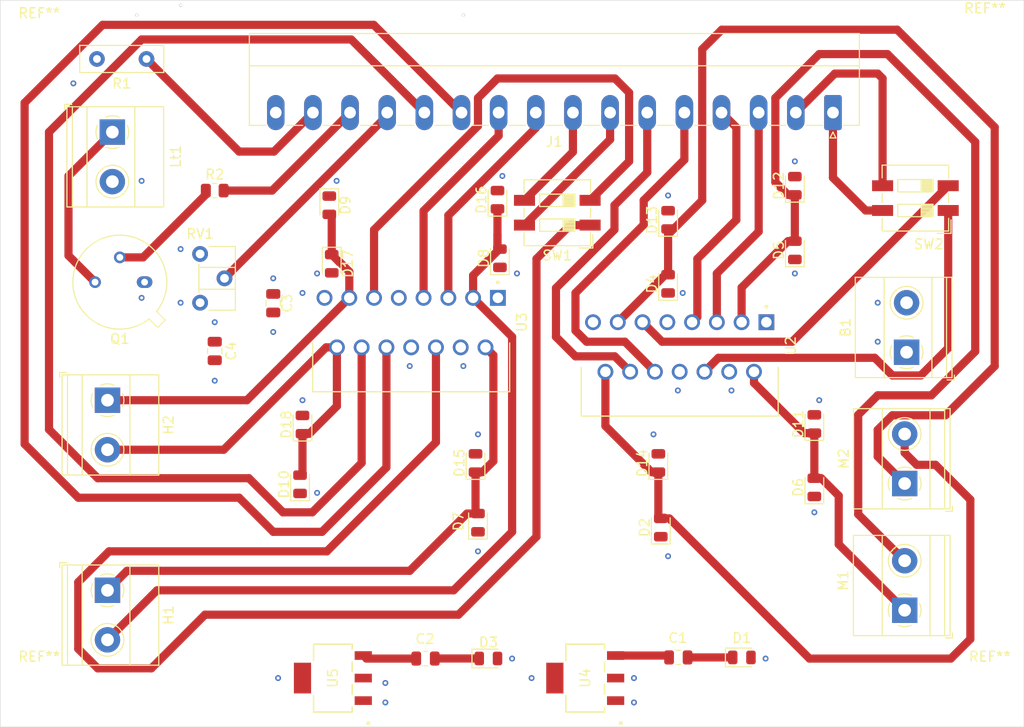
<source format=kicad_pcb>
(kicad_pcb (version 20240108) (generator "pcbnew") (generator_version "8.0")
  (layers (0 "F.Cu" signal) (31 "B.Cu" signal) (34 "B.Paste" user) (35 "F.Paste" user) (36 "B.SilkS" user "B.Silkscreen") (37 "F.SilkS" user "F.Silkscreen") (38 "B.Mask" user) (39 "F.Mask" user) (44 "Edge.Cuts" user))
  (net 0 "")
  (net 1 "GND")
  (net 2 "12V")
  (net 3 "Net-(D1-A)")
  (net 4 "5V")
  (net 5 "Net-(D3-A)")
  (net 6 "0")
  (net 7 "OUT4U2")
  (net 8 "OUT3U2")
  (net 9 "OUT2U2")
  (net 10 "OUT1U2")
  (net 11 "OUT1U3")
  (net 12 "OUT2U3")
  (net 13 "OUT3U3")
  (net 14 "OUT4U3")
  (net 15 "SW1U2")
  (net 16 "SW1U3")
  (net 17 "IN3U2")
  (net 18 "IN4U3")
  (net 19 "PHOTO")
  (net 20 "IN3U3")
  (net 21 "LIGHT")
  (net 22 "IN4U2")
  (net 23 "SW2U3")
  (net 24 "IN1U3")
  (net 25 "IN2U3")
  (net 26 "IN2U2")
  (net 27 "IN1U2")
  (net 28 "POW")
  (net 29 "SW2U2")
  (net 30 "NPN")
  (net 31 "Net-(Q1-B)")
  (net 32 "ENBU3")
  (net 33 "ENAU3")
  (net 34 "ENBU2")
  (net 35 "ENAU2")
  (footprint "L298N:TO127P2020X500X2100-15" (layer "F.Cu") (at 151.08 94.5 -90)
    (property "Reference" "U2" (at 2.425 -2.495 90) (layer "F.SilkS"))
    (property "Value" "L298N" (hide yes))
    (pad "1" thru_hole rect (at 0 0 270) (size 1.62 1.62) (drill 1.08) (layers "*.Cu" "*.Mask") (net 1 "GND"))
    (pad "2" thru_hole circle (at 5.08 1.27 270) (size 1.62 1.62) (drill 1.08) (layers "*.Cu" "*.Mask") (net 10 "OUT1U2"))
    (pad "3" thru_hole circle (at 0 2.54 270) (size 1.62 1.62) (drill 1.08) (layers "*.Cu" "*.Mask") (net 9 "OUT2U2"))
    (pad "4" thru_hole circle (at 5.08 3.81 270) (size 1.62 1.62) (drill 1.08) (layers "*.Cu" "*.Mask") (net 4 "5V"))
    (pad "5" thru_hole circle (at 0 5.08 270) (size 1.62 1.62) (drill 1.08) (layers "*.Cu" "*.Mask") (net 27 "IN1U2"))
    (pad "6" thru_hole circle (at 5.08 6.35 270) (size 1.62 1.62) (drill 1.08) (layers "*.Cu" "*.Mask") (net 35 "ENAU2"))
    (pad "7" thru_hole circle (at 0 7.62 270) (size 1.62 1.62) (drill 1.08) (layers "*.Cu" "*.Mask") (net 26 "IN2U2"))
    (pad "8" thru_hole circle (at 5.08 8.89 270) (size 1.62 1.62) (drill 1.08) (layers "*.Cu" "*.Mask") (net 1 "GND"))
    (pad "9" thru_hole circle (at 0 10.16 270) (size 1.62 1.62) (drill 1.08) (layers "*.Cu" "*.Mask") (net 2 "12V"))
    (pad "10" thru_hole circle (at 5.08 11.43 270) (size 1.62 1.62) (drill 1.08) (layers "*.Cu" "*.Mask") (net 17 "IN3U2"))
    (pad "11" thru_hole circle (at 0 12.7 270) (size 1.62 1.62) (drill 1.08) (layers "*.Cu" "*.Mask") (net 34 "ENBU2"))
    (pad "12" thru_hole circle (at 5.08 13.97 270) (size 1.62 1.62) (drill 1.08) (layers "*.Cu" "*.Mask") (net 22 "IN4U2"))
    (pad "13" thru_hole circle (at 0 15.24 270) (size 1.62 1.62) (drill 1.08) (layers "*.Cu" "*.Mask") (net 8 "OUT3U2"))
    (pad "14" thru_hole circle (at 5.08 16.51 270) (size 1.62 1.62) (drill 1.08) (layers "*.Cu" "*.Mask") (net 7 "OUT4U2"))
    (pad "15" thru_hole circle (at 0 17.78 270) (size 1.62 1.62) (drill 1.08) (layers "*.Cu" "*.Mask") (net 1 "GND"))
  )
  (footprint "Capacitor_SMD:C_0805_2012Metric" (layer "F.Cu") (at 94.5 97.45 -90)
    (property "Reference" "C4" (at 0 -1.68 90) (layer "F.SilkS"))
    (property "Value" "220uF")
    (pad "1" smd roundrect (at -0.95 0 270) (size 1 1.45) (layers "F.Cu" "F.Paste" "F.Mask") (net 4 "5V"))
    (pad "2" smd roundrect (at 0.95 0 270) (size 1 1.45) (layers "F.Cu" "F.Paste" "F.Mask") (net 6 "0"))
  )
  (footprint "Diode_SMD:D_0805_2012Metric" (layer "F.Cu") (at 123.75 87.9375 90)
    (property "Reference" "D8" (at 0 -1.65 90) (layer "F.SilkS"))
    (property "Value" "1N4002" (hide yes))
    (pad "1" smd roundrect (at -0.9375 0 90) (size 0.975 1.4) (layers "F.Cu" "F.Paste" "F.Mask") (net 4 "5V"))
    (pad "2" smd roundrect (at 0.9375 0 90) (size 0.975 1.4) (layers "F.Cu" "F.Paste" "F.Mask") (net 12 "OUT2U3"))
  )
  (footprint "LED_SMD:LED_0805_2012Metric" (layer "F.Cu") (at 148.5625 128.88215)
    (property "Reference" "D1" (at 0 -2 180) (layer "F.SilkS"))
    (property "Value" "LD271" (hide yes))
    (pad "1" smd roundrect (at -0.9375 0) (size 0.975 1.4) (layers "F.Cu" "F.Paste" "F.Mask") (net 4 "5V"))
    (pad "2" smd roundrect (at 0.9375 0) (size 0.975 1.4) (layers "F.Cu" "F.Paste" "F.Mask") (net 3 "Net-(D1-A)"))
  )
  (footprint "Button_Switch_SMD:SW_DIP_SPSTx02_Slide_6.7x6.64mm_W6.73mm_P2.54mm_LowProfile_JPin" (layer "F.Cu") (at 129.635 83.27 180)
    (property "Reference" "SW1" (at 0 -4.38 0) (layer "F.SilkS"))
    (property "Value" "SW_DIP_x02" (hide yes))
    (pad "1" smd rect (at -3.365 -1.27 180) (size 2.16 1.12) (layers "F.Cu" "F.Paste" "F.Mask") (net 33 "ENAU3"))
    (pad "2" smd rect (at -3.365 1.27 180) (size 2.16 1.12) (layers "F.Cu" "F.Paste" "F.Mask") (net 32 "ENBU3"))
    (pad "3" smd rect (at 3.365 1.27 180) (size 2.16 1.12) (layers "F.Cu" "F.Paste" "F.Mask") (net 23 "SW2U3"))
    (pad "4" smd rect (at 3.365 -1.27 180) (size 2.16 1.12) (layers "F.Cu" "F.Paste" "F.Mask") (net 16 "SW1U3"))
  )
  (footprint "TerminalBlock_Phoenix:TerminalBlock_Phoenix_MKDS-1,5-2-5.08_1x02_P5.08mm_Horizontal" (layer "F.Cu") (at 83.5 102.5 -90)
    (property "Reference" "H2" (at 2.54 -6.26 90) (layer "F.SilkS"))
    (property "Value" "Screw_Terminal_01x02" (hide yes))
    (pad "1" thru_hole rect (at 0 0 270) (size 2.6 2.6) (drill 1.3) (layers "*.Cu" "*.Mask") (net 13 "OUT3U3"))
    (pad "2" thru_hole circle (at 5.08 0 270) (size 2.6 2.6) (drill 1.3) (layers "*.Cu" "*.Mask") (net 14 "OUT4U3"))
  )
  (footprint "Package_TO_SOT_THT:TO-39-3" (layer "F.Cu") (at 87.305 90.39 180)
    (property "Reference" "Q1" (at 2.54 -5.82 0) (layer "F.SilkS"))
    (property "Value" "2N2219")
    (pad "1" thru_hole oval (at 0 0 180) (size 1.6 1.2) (drill 0.7) (layers "*.Cu" "*.Mask") (net 1 "GND"))
    (pad "2" thru_hole oval (at 2.54 2.54 180) (size 1.2 1.2) (drill 0.7) (layers "*.Cu" "*.Mask") (net 31 "Net-(Q1-B)"))
    (pad "3" thru_hole oval (at 5.08 0 180) (size 1.2 1.2) (drill 0.7) (layers "*.Cu" "*.Mask") (net 30 "NPN"))
  )
  (footprint "TerminalBlock_Phoenix:TerminalBlock_Phoenix_MKDS-1,5-2-5.08_1x02_P5.08mm_Horizontal" (layer "F.Cu") (at 165.265 111.045 90)
    (property "Reference" "M2" (at 2.54 -6.26 90) (layer "F.SilkS"))
    (property "Value" "Screw_Terminal_01x02" (hide yes))
    (pad "1" thru_hole rect (at 0 0 90) (size 2.6 2.6) (drill 1.3) (layers "*.Cu" "*.Mask") (net 8 "OUT3U2"))
    (pad "2" thru_hole circle (at 5.08 0 90) (size 2.6 2.6) (drill 1.3) (layers "*.Cu" "*.Mask") (net 7 "OUT4U2"))
  )
  (footprint "Diode_SMD:D_0805_2012Metric" (layer "F.Cu") (at 156 111.4375 90)
    (property "Reference" "D6" (at 0 -1.65 90) (layer "F.SilkS"))
    (property "Value" "1N4002" (hide yes))
    (pad "1" smd roundrect (at -0.9375 0 90) (size 0.975 1.4) (layers "F.Cu" "F.Paste" "F.Mask") (net 4 "5V"))
    (pad "2" smd roundrect (at 0.9375 0 90) (size 0.975 1.4) (layers "F.Cu" "F.Paste" "F.Mask") (net 10 "OUT1U2"))
  )
  (footprint "LM7805_footprints:DCY4_TEX" (layer "F.Cu") (at 132.5 131 90)
    (property "Reference" "U4" (at 0 0 90) (layer "F.SilkS"))
    (property "Value" "LM7805MPX/NOPB" (hide yes))
    (pad "1" smd rect (at -2.3114 3.11785 90) (size 0.889 1.7653) (layers "F.Cu" "F.Paste" "F.Mask") (net 2 "12V"))
    (pad "2" smd rect (at 0 3.11785 90) (size 0.889 1.7653) (layers "F.Cu" "F.Paste" "F.Mask") (net 1 "GND"))
    (pad "3" smd rect (at 2.3114 3.11785 90) (size 0.889 1.7653) (layers "F.Cu" "F.Paste" "F.Mask") (net 3 "Net-(D1-A)"))
    (pad "4" smd rect (at 0 -3.11785 90) (size 3.1496 1.7653) (layers "F.Cu" "F.Paste" "F.Mask") (net 6 "0"))
  )
  (footprint "Diode_SMD:D_0805_2012Metric" (layer "F.Cu") (at 140 108.9375 90)
    (property "Reference" "D14" (at 0 -1.65 90) (layer "F.SilkS"))
    (property "Value" "1N4002" (hide yes))
    (pad "1" smd roundrect (at -0.9375 0 90) (size 0.975 1.4) (layers "F.Cu" "F.Paste" "F.Mask") (net 7 "OUT4U2"))
    (pad "2" smd roundrect (at 0.9375 0 90) (size 0.975 1.4) (layers "F.Cu" "F.Paste" "F.Mask") (net 6 "0"))
  )
  (footprint "TerminalBlock_Phoenix:TerminalBlock_Phoenix_MKDS-1,5-2-5.08_1x02_P5.08mm_Horizontal" (layer "F.Cu") (at 84 75 -90)
    (property "Reference" "Lt1" (at 2.5 -6.5 90) (layer "F.SilkS"))
    (property "Value" "Screw_Terminal_01x02" (hide yes))
    (pad "1" thru_hole rect (at 0 0 270) (size 2.6 2.6) (drill 1.3) (layers "*.Cu" "*.Mask") (net 30 "NPN"))
    (pad "2" thru_hole circle (at 5.08 0 270) (size 2.6 2.6) (drill 1.3) (layers "*.Cu" "*.Mask") (net 1 "GND"))
  )
  (footprint "MountingHole:MountingHole_2.1mm" (layer "F.Cu") (at 173.5 65.5)
    (property "Reference" "REF**" (at 0 -3.2 0) (layer "F.SilkS"))
    (property "Value" "MountingHole_2.1mm" (hide yes))
    (pad "" np_thru_hole circle (at 0 0) (size 2.1 2.1) (drill 2.1) (layers "*.Cu" "*.Mask"))
  )
  (footprint "Capacitor_SMD:C_0805_2012Metric" (layer "F.Cu") (at 116.11785 129)
    (property "Reference" "C2" (at -0.05 -2.01 0) (layer "F.SilkS"))
    (property "Value" "220uF")
    (pad "1" smd roundrect (at -0.95 0) (size 1 1.45) (layers "F.Cu" "F.Paste" "F.Mask") (net 5 "Net-(D3-A)"))
    (pad "2" smd roundrect (at 0.95 0) (size 1 1.45) (layers "F.Cu" "F.Paste" "F.Mask") (net 4 "5V"))
  )
  (footprint "TerminalBlock_Phoenix:TerminalBlock_Phoenix_MKDS-1,5-2-5.08_1x02_P5.08mm_Horizontal" (layer "F.Cu") (at 83.5 122 -90)
    (property "Reference" "H1" (at 2.54 -6.26 90) (layer "F.SilkS"))
    (property "Value" "Screw_Terminal_01x02" (hide yes))
    (pad "1" thru_hole rect (at 0 0 270) (size 2.6 2.6) (drill 1.3) (layers "*.Cu" "*.Mask") (net 11 "OUT1U3"))
    (pad "2" thru_hole circle (at 5.08 0 270) (size 2.6 2.6) (drill 1.3) (layers "*.Cu" "*.Mask") (net 12 "OUT2U3"))
  )
  (footprint "Diode_SMD:D_0805_2012Metric" (layer "F.Cu") (at 154 87.125 90)
    (property "Reference" "D5" (at 0 -1.65 90) (layer "F.SilkS"))
    (property "Value" "1N4002" (hide yes))
    (pad "1" smd roundrect (at -0.9375 0 90) (size 0.975 1.4) (layers "F.Cu" "F.Paste" "F.Mask") (net 4 "5V"))
    (pad "2" smd roundrect (at 0.9375 0 90) (size 0.975 1.4) (layers "F.Cu" "F.Paste" "F.Mask") (net 9 "OUT2U2"))
  )
  (footprint "Diode_SMD:D_0805_2012Metric" (layer "F.Cu") (at 103.25 111.125 90)
    (property "Reference" "D10" (at 0 -1.65 90) (layer "F.SilkS"))
    (property "Value" "1N4002" (hide yes))
    (pad "1" smd roundrect (at -0.9375 0 90) (size 0.975 1.4) (layers "F.Cu" "F.Paste" "F.Mask") (net 4 "5V"))
    (pad "2" smd roundrect (at 0.9375 0 90) (size 0.975 1.4) (layers "F.Cu" "F.Paste" "F.Mask") (net 14 "OUT4U3"))
  )
  (footprint "MountingHole:MountingHole_2.1mm" (layer "F.Cu") (at 174 132)
    (property "Reference" "REF**" (at 0 -3.2 0) (layer "F.SilkS"))
    (property "Value" "MountingHole_2.1mm" (hide yes))
    (pad "" np_thru_hole circle (at 0 0) (size 2.1 2.1) (drill 2.1) (layers "*.Cu" "*.Mask"))
  )
  (footprint "Resistor_SMD:R_0805_2012Metric" (layer "F.Cu") (at 94.5 81)
    (property "Reference" "R2" (at 0 -1.65 0) (layer "F.SilkS"))
    (property "Value" "1k")
    (pad "1" smd roundrect (at -0.9125 0) (size 1.025 1.4) (layers "F.Cu" "F.Paste" "F.Mask") (roundrect_rratio 0.243902) (net 31 "Net-(Q1-B)"))
    (pad "2" smd roundrect (at 0.9125 0) (size 1.025 1.4) (layers "F.Cu" "F.Paste" "F.Mask") (roundrect_rratio 0.243902) (net 21 "LIGHT"))
  )
  (footprint "LED_SMD:LED_0805_2012Metric" (layer "F.Cu") (at 122.56785 128.99)
    (property "Reference" "D3" (at 0 -1.65 0) (layer "F.SilkS"))
    (property "Value" "LD271" (hide yes))
    (pad "1" smd roundrect (at -0.9375 0) (size 0.975 1.4) (layers "F.Cu" "F.Paste" "F.Mask") (net 4 "5V"))
    (pad "2" smd roundrect (at 0.9375 0) (size 0.975 1.4) (layers "F.Cu" "F.Paste" "F.Mask") (net 5 "Net-(D3-A)"))
  )
  (footprint "MountingHole:MountingHole_2.1mm" (layer "F.Cu") (at 76.5 132)
    (property "Reference" "REF**" (at 0 -3.2 0) (layer "F.SilkS"))
    (property "Value" "MountingHole_2.1mm" (hide yes))
    (pad "" np_thru_hole circle (at 0 0) (size 2.1 2.1) (drill 2.1) (layers "*.Cu" "*.Mask"))
  )
  (footprint "LM7805_footprints:DCY4_TEX" (layer "F.Cu") (at 106.61785 131 90)
    (property "Reference" "U5" (at 0 0 90) (layer "F.SilkS"))
    (property "Value" "LM7805MPX/NOPB" (hide yes))
    (pad "1" smd rect (at -2.3114 3.11785 90) (size 0.889 1.7653) (layers "F.Cu" "F.Paste" "F.Mask") (net 2 "12V"))
    (pad "2" smd rect (at 0 3.11785 90) (size 0.889 1.7653) (layers "F.Cu" "F.Paste" "F.Mask") (net 6 "0"))
    (pad "3" smd rect (at 2.3114 3.11785 90) (size 0.889 1.7653) (layers "F.Cu" "F.Paste" "F.Mask") (net 5 "Net-(D3-A)"))
    (pad "4" smd rect (at 0 -3.11785 90) (size 3.1496 1.7653) (layers "F.Cu" "F.Paste" "F.Mask") (net 6 "0"))
  )
  (footprint "Diode_SMD:D_0805_2012Metric" (layer "F.Cu") (at 123.5 81.9375 90)
    (property "Reference" "D16" (at 0 -1.65 90) (layer "F.SilkS"))
    (property "Value" "1N4002" (hide yes))
    (pad "1" smd roundrect (at -0.9375 0 90) (size 0.975 1.4) (layers "F.Cu" "F.Paste" "F.Mask") (net 12 "OUT2U3"))
    (pad "2" smd roundrect (at 0.9375 0 90) (size 0.975 1.4) (layers "F.Cu" "F.Paste" "F.Mask") (net 6 "0"))
  )
  (footprint "Diode_SMD:D_0805_2012Metric" (layer "F.Cu") (at 103.5 105 90)
    (property "Reference" "D18" (at 0 -1.65 90) (layer "F.SilkS"))
    (property "Value" "1N4002" (hide yes))
    (pad "1" smd roundrect (at -0.9375 0 90) (size 0.975 1.4) (layers "F.Cu" "F.Paste" "F.Mask") (net 14 "OUT4U3"))
    (pad "2" smd roundrect (at 0.9375 0 90) (size 0.975 1.4) (layers "F.Cu" "F.Paste" "F.Mask") (net 6 "0"))
  )
  (footprint "Diode_SMD:D_0805_2012Metric" (layer "F.Cu") (at 154 80.5 90)
    (property "Reference" "D12" (at 0 -1.65 90) (layer "F.SilkS"))
    (property "Value" "1N4002" (hide yes))
    (pad "1" smd roundrect (at -0.9375 0 90) (size 0.975 1.4) (layers "F.Cu" "F.Paste" "F.Mask") (net 9 "OUT2U2"))
    (pad "2" smd roundrect (at 0.9375 0 90) (size 0.975 1.4) (layers "F.Cu" "F.Paste" "F.Mask") (net 6 "0"))
  )
  (footprint "Resistor_THT:R_Box_L8.4mm_W2.5mm_P5.08mm" (layer "F.Cu") (at 87.5 67.5 180)
    (property "Reference" "R1" (at 2.54 -2.52 0) (layer "F.SilkS"))
    (property "Value" "R_Photo")
    (pad "1" thru_hole circle (at 0 0 180) (size 1.6 1.6) (drill 0.8) (layers "*.Cu" "*.Mask") (net 19 "PHOTO"))
    (pad "2" thru_hole circle (at 5.08 0 180) (size 1.6 1.6) (drill 0.8) (layers "*.Cu" "*.Mask") (net 1 "GND"))
  )
  (footprint "TerminalBlock_Phoenix:TerminalBlock_Phoenix_MKDS-1,5-2-5.08_1x02_P5.08mm_Horizontal" (layer "F.Cu") (at 165.46 97.58 90)
    (property "Reference" "B1" (at 2.54 -6.26 90) (layer "F.SilkS"))
    (property "Value" "Screw_Terminal_01x02" (hide yes))
    (pad "1" thru_hole rect (at 0 0 90) (size 2.6 2.6) (drill 1.3) (layers "*.Cu" "*.Mask") (net 2 "12V"))
    (pad "2" thru_hole circle (at 5.08 0 90) (size 2.6 2.6) (drill 1.3) (layers "*.Cu" "*.Mask") (net 1 "GND"))
  )
  (footprint "Connector_Phoenix_MC:PhoenixContact_MC_1,5_16-G-3.81_1x16_P3.81mm_Horizontal" (layer "F.Cu") (at 157.91 73 180)
    (property "Reference" "J1" (at 28.58 -3 0) (layer "F.SilkS"))
    (property "Value" "Conn_01x16_Pin" (hide yes))
    (pad "1" thru_hole roundrect (at 0 0 180) (size 1.8 3.6) (drill 1.2) (layers "*.Cu" "*.Mask") (roundrect_rratio 0.138889) (net 15 "SW1U2"))
    (pad "2" thru_hole oval (at 3.81 0 180) (size 1.8 3.6) (drill 1.2) (layers "*.Cu" "*.Mask") (net 29 "SW2U2"))
    (pad "3" thru_hole oval (at 7.62 0 180) (size 1.8 3.6) (drill 1.2) (layers "*.Cu" "*.Mask") (net 27 "IN1U2"))
    (pad "4" thru_hole oval (at 11.43 0 180) (size 1.8 3.6) (drill 1.2) (layers "*.Cu" "*.Mask") (net 26 "IN2U2"))
    (pad "5" thru_hole oval (at 15.24 0 180) (size 1.8 3.6) (drill 1.2) (layers "*.Cu" "*.Mask") (net 17 "IN3U2"))
    (pad "6" thru_hole oval (at 19.05 0 180) (size 1.8 3.6) (drill 1.2) (layers "*.Cu" "*.Mask") (net 22 "IN4U2"))
    (pad "7" thru_hole oval (at 22.86 0 180) (size 1.8 3.6) (drill 1.2) (layers "*.Cu" "*.Mask") (net 16 "SW1U3"))
    (pad "8" thru_hole oval (at 26.67 0 180) (size 1.8 3.6) (drill 1.2) (layers "*.Cu" "*.Mask") (net 23 "SW2U3"))
    (pad "9" thru_hole oval (at 30.48 0 180) (size 1.8 3.6) (drill 1.2) (layers "*.Cu" "*.Mask") (net 24 "IN1U3"))
    (pad "10" thru_hole oval (at 34.29 0 180) (size 1.8 3.6) (drill 1.2) (layers "*.Cu" "*.Mask") (net 25 "IN2U3"))
    (pad "11" thru_hole oval (at 38.1 0 180) (size 1.8 3.6) (drill 1.2) (layers "*.Cu" "*.Mask") (net 20 "IN3U3"))
    (pad "12" thru_hole oval (at 41.91 0 180) (size 1.8 3.6) (drill 1.2) (layers "*.Cu" "*.Mask") (net 18 "IN4U3"))
    (pad "13" thru_hole oval (at 45.72 0 180) (size 1.8 3.6) (drill 1.2) (layers "*.Cu" "*.Mask") (net 28 "POW"))
    (pad "14" thru_hole oval (at 49.53 0 180) (size 1.8 3.6) (drill 1.2) (layers "*.Cu" "*.Mask") (net 21 "LIGHT"))
    (pad "15" thru_hole oval (at 53.34 0 180) (size 1.8 3.6) (drill 1.2) (layers "*.Cu" "*.Mask") (net 19 "PHOTO"))
    (pad "16" thru_hole oval (at 57.15 0 180) (size 1.8 3.6) (drill 1.2) (layers "*.Cu" "*.Mask") (net 4 "5V"))
  )
  (footprint "Capacitor_SMD:C_0805_2012Metric" (layer "F.Cu") (at 100.5 92.55 -90)
    (property "Reference" "C3" (at 0 -1.43 90) (layer "F.SilkS"))
    (property "Value" "220uF")
    (pad "1" smd roundrect (at -0.95 0 270) (size 1 1.45) (layers "F.Cu" "F.Paste" "F.Mask") (net 4 "5V"))
    (pad "2" smd roundrect (at 0.95 0 270) (size 1 1.45) (layers "F.Cu" "F.Paste" "F.Mask") (net 6 "0"))
  )
  (footprint "Diode_SMD:D_0805_2012Metric" (layer "F.Cu") (at 141 90.5625 90)
    (property "Reference" "D4" (at 0 -1.65 90) (layer "F.SilkS"))
    (property "Value" "1N4002" (hide yes))
    (pad "1" smd roundrect (at -0.9375 0 90) (size 0.975 1.4) (layers "F.Cu" "F.Paste" "F.Mask") (net 4 "5V"))
    (pad "2" smd roundrect (at 0.9375 0 90) (size 0.975 1.4) (layers "F.Cu" "F.Paste" "F.Mask") (net 8 "OUT3U2"))
  )
  (footprint "Capacitor_SMD:C_0805_2012Metric" (layer "F.Cu") (at 142.05 128.88215)
    (property "Reference" "C1" (at -0.05 -2 180) (layer "F.SilkS"))
    (property "Value" "220uF")
    (pad "1" smd roundrect (at -0.95 0) (size 1 1.45) (layers "F.Cu" "F.Paste" "F.Mask") (net 3 "Net-(D1-A)"))
    (pad "2" smd roundrect (at 0.95 0) (size 1 1.45) (layers "F.Cu" "F.Paste" "F.Mask") (net 4 "5V"))
  )
  (footprint "Diode_SMD:D_0805_2012Metric" (layer "F.Cu") (at 140.25 115.5625 90)
    (property "Reference" "D2" (at 0 -1.65 90) (layer "F.SilkS"))
    (property "Value" "1N4002" (hide yes))
    (pad "1" smd roundrect (at -0.9375 0 90) (size 0.975 1.4) (layers "F.Cu" "F.Paste" "F.Mask") (net 4 "5V"))
    (pad "2" smd roundrect (at 0.9375 0 90) (size 0.975 1.4) (layers "F.Cu" "F.Paste" "F.Mask") (net 7 "OUT4U2"))
  )
  (footprint "L298N:TO127P2020X500X2100-15" (layer "F.Cu") (at 123.54 92 -90)
    (property "Reference" "U3" (at 2.5 -2.46 90) (layer "F.SilkS"))
    (property "Value" "L298N" (hide yes))
    (pad "1" thru_hole rect (at 0 0 270) (size 1.62 1.62) (drill 1.08) (layers "*.Cu" "*.Mask") (net 6 "0"))
    (pad "2" thru_hole circle (at 5.08 1.27 270) (size 1.62 1.62) (drill 1.08) (layers "*.Cu" "*.Mask") (net 11 "OUT1U3"))
    (pad "3" thru_hole circle (at 0 2.54 270) (size 1.62 1.62) (drill 1.08) (layers "*.Cu" "*.Mask") (net 12 "OUT2U3"))
    (pad "4" thru_hole circle (at 5.08 3.81 270) (size 1.62 1.62) (drill 1.08) (layers "*.Cu" "*.Mask") (net 4 "5V"))
    (pad "5" thru_hole circle (at 0 5.08 270) (size 1.62 1.62) (drill 1.08) (layers "*.Cu" "*.Mask") (net 24 "IN1U3"))
    (pad "6" thru_hole circle (at 5.08 6.35 270) (size 1.62 1.62) (drill 1.08) (layers "*.Cu" "*.Mask") (net 33 "ENAU3"))
    (pad "7" thru_hole circle (at 0 7.62 270) (size 1.62 1.62) (drill 1.08) (layers "*.Cu" "*.Mask") (net 25 "IN2U3"))
    (pad "8" thru_hole circle (at 5.08 8.89 270) (size 1.62 1.62) (drill 1.08) (layers "*.Cu" "*.Mask") (net 6 "0"))
    (pad "9" thru_hole circle (at 0 10.16 270) (size 1.62 1.62) (drill 1.08) (layers "*.Cu" "*.Mask") (net 2 "12V"))
    (pad "10" thru_hole circle (at 5.08 11.43 270) (size 1.62 1.62) (drill 1.08) (layers "*.Cu" "*.Mask") (net 20 "IN3U3"))
    (pad "11" thru_hole circle (at 0 12.7 270) (size 1.62 1.62) (drill 1.08) (layers "*.Cu" "*.Mask") (net 32 "ENBU3"))
    (pad "12" thru_hole circle (at 5.08 13.97 270) (size 1.62 1.62) (drill 1.08) (layers "*.Cu" "*.Mask") (net 18 "IN4U3"))
    (pad "13" thru_hole circle (at 0 15.24 270) (size 1.62 1.62) (drill 1.08) (layers "*.Cu" "*.Mask") (net 13 "OUT3U3"))
    (pad "14" thru_hole circle (at 5.08 16.51 270) (size 1.62 1.62) (drill 1.08) (layers "*.Cu" "*.Mask") (net 14 "OUT4U3"))
    (pad "15" thru_hole circle (at 0 17.78 270) (size 1.62 1.62) (drill 1.08) (layers "*.Cu" "*.Mask") (net 6 "0"))
  )
  (footprint "MountingHole:MountingHole_2.1mm" (layer "F.Cu") (at 76.5 66)
    (property "Reference" "REF**" (at 0 -3.2 0) (layer "F.SilkS"))
    (property "Value" "MountingHole_2.1mm" (hide yes))
    (pad "" np_thru_hole circle (at 0 0) (size 2.1 2.1) (drill 2.1) (layers "*.Cu" "*.Mask"))
  )
  (footprint "Potentiometer_THT:Potentiometer_ACP_CA6-H2,5_Horizontal" (layer "F.Cu") (at 93 87.5)
    (property "Reference" "RV1" (at 0 -2.06 0) (layer "F.SilkS"))
    (property "Value" "R_Potentiometer" (hide yes))
    (pad "1" thru_hole circle (at 0 0) (size 1.62 1.62) (drill 0.9) (layers "*.Cu" "*.Mask") (net 4 "5V"))
    (pad "2" thru_hole circle (at 2.5 2.5) (size 1.62 1.62) (drill 0.9) (layers "*.Cu" "*.Mask") (net 28 "POW"))
    (pad "3" thru_hole circle (at 0 5) (size 1.62 1.62) (drill 0.9) (layers "*.Cu" "*.Mask") (net 1 "GND"))
  )
  (footprint "Diode_SMD:D_0805_2012Metric" (layer "F.Cu") (at 106.5 88.5 -90)
    (property "Reference" "D17" (at 0 -1.65 90) (layer "F.SilkS"))
    (property "Value" "1N4002" (hide yes))
    (pad "1" smd roundrect (at -0.9375 0 270) (size 0.975 1.4) (layers "F.Cu" "F.Paste" "F.Mask") (net 13 "OUT3U3"))
    (pad "2" smd roundrect (at 0.9375 0 270) (size 0.975 1.4) (layers "F.Cu" "F.Paste" "F.Mask") (net 6 "0"))
  )
  (footprint "Button_Switch_SMD:SW_DIP_SPSTx02_Slide_6.7x6.64mm_W6.73mm_P2.54mm_LowProfile_JPin" (layer "F.Cu") (at 166.365 81.77 180)
    (property "Reference" "SW2" (at -1.365 -4.73 0) (layer "F.SilkS"))
    (property "Value" "SW_DIP_x02" (hide yes))
    (pad "1" smd rect (at -3.365 -1.27 180) (size 2.16 1.12) (layers "F.Cu" "F.Paste" "F.Mask") (net 35 "ENAU2"))
    (pad "2" smd rect (at -3.365 1.27 180) (size 2.16 1.12) (layers "F.Cu" "F.Paste" "F.Mask") (net 34 "ENBU2"))
    (pad "3" smd rect (at 3.365 1.27 180) (size 2.16 1.12) (layers "F.Cu" "F.Paste" "F.Mask") (net 29 "SW2U2"))
    (pad "4" smd rect (at 3.365 -1.27 180) (size 2.16 1.12) (layers "F.Cu" "F.Paste" "F.Mask") (net 15 "SW1U2"))
  )
  (footprint "Diode_SMD:D_0805_2012Metric" (layer "F.Cu") (at 121.25 108.9375 90)
    (property "Reference" "D15" (at 0 -1.65 90) (layer "F.SilkS"))
    (property "Value" "1N4002" (hide yes))
    (pad "1" smd roundrect (at -0.9375 0 90) (size 0.975 1.4) (layers "F.Cu" "F.Paste" "F.Mask") (net 11 "OUT1U3"))
    (pad "2" smd roundrect (at 0.9375 0 90) (size 0.975 1.4) (layers "F.Cu" "F.Paste" "F.Mask") (net 6 "0"))
  )
  (footprint "Diode_SMD:D_0805_2012Metric" (layer "F.Cu") (at 121.5 115.0625 90)
    (property "Reference" "D7" (at 0.125 -2 90) (layer "F.SilkS"))
    (property "Value" "1N4002" (hide yes))
    (pad "1" smd roundrect (at -0.9375 0 90) (size 0.975 1.4) (layers "F.Cu" "F.Paste" "F.Mask") (net 4 "5V"))
    (pad "2" smd roundrect (at 0.9375 0 90) (size 0.975 1.4) (layers "F.Cu" "F.Paste" "F.Mask") (net 11 "OUT1U3"))
  )
  (footprint "Diode_SMD:D_0805_2012Metric" (layer "F.Cu") (at 106.25 82.5 -90)
    (property "Reference" "D9" (at 0 -1.65 90) (layer "F.SilkS"))
    (property "Value" "1N4002" (hide yes))
    (pad "1" smd roundrect (at -0.9375 0 270) (size 0.975 1.4) (layers "F.Cu" "F.Paste" "F.Mask") (net 4 "5V"))
    (pad "2" smd roundrect (at 0.9375 0 270) (size 0.975 1.4) (layers "F.Cu" "F.Paste" "F.Mask") (net 13 "OUT3U3"))
  )
  (footprint "Diode_SMD:D_0805_2012Metric" (layer "F.Cu") (at 141 84 90)
    (property "Reference" "D13" (at 0 -1.65 90) (layer "F.SilkS"))
    (property "Value" "1N4002" (hide yes))
    (pad "1" smd roundrect (at -0.9375 0 90) (size 0.975 1.4) (layers "F.Cu" "F.Paste" "F.Mask") (net 8 "OUT3U2"))
    (pad "2" smd roundrect (at 0.9375 0 90) (size 0.975 1.4) (layers "F.Cu" "F.Paste" "F.Mask") (net 6 "0"))
  )
  (footprint "TerminalBlock_Phoenix:TerminalBlock_Phoenix_MKDS-1,5-2-5.08_1x02_P5.08mm_Horizontal" (layer "F.Cu") (at 165.265 124.045 90)
    (property "Reference" "M1" (at 3.045 -6.305 90) (layer "F.SilkS"))
    (property "Value" "Screw_Terminal_01x02" (hide yes))
    (pad "1" thru_hole rect (at 0 0 90) (size 2.6 2.6) (drill 1.3) (layers "*.Cu" "*.Mask") (net 10 "OUT1U2"))
    (pad "2" thru_hole circle (at 5.08 0 90) (size 2.6 2.6) (drill 1.3) (layers "*.Cu" "*.Mask") (net 9 "OUT2U2"))
  )
  (footprint "Diode_SMD:D_0805_2012Metric" (layer "F.Cu") (at 156 104.9375 90)
    (property "Reference" "D11" (at 0 -1.65 90) (layer "F.SilkS"))
    (property "Value" "1N4002" (hide yes))
    (pad "1" smd roundrect (at -0.9375 0 90) (size 0.975 1.4) (layers "F.Cu" "F.Paste" "F.Mask") (net 10 "OUT1U2"))
    (pad "2" smd roundrect (at 0.9375 0 90) (size 0.975 1.4) (layers "F.Cu" "F.Paste" "F.Mask") (net 6 "0"))
  )
  (gr_rect (start 72.5 61.5) (end 177.5 136) (stroke (width 0.05)) (fill none) (layer "Edge.Cuts"))
  (segment (start 135.61785 128.6886) (end 140.90645 128.6886) (width 0.8382) (layer "F.Cu") (net 3))
  (segment (start 140.90645 128.6886) (end 141.1 128.88215) (width 0.8382) (layer "F.Cu") (net 3))
  (segment (start 117.07785 128.99) (end 117.06785 129) (width 0.8382) (layer "F.Cu") (net 4))
  (segment (start 121.63035 128.99) (end 117.07785 128.99) (width 0.8382) (layer "F.Cu") (net 4))
  (segment (start 143 128.88215) (end 147.625 128.88215) (width 0.8382) (layer "F.Cu") (net 4))
  (segment (start 115.16785 129) (end 110.0471 129) (width 0.8382) (layer "F.Cu") (net 5))
  (via (at 139.5 106) (size 0.6) (drill 0.3) (layers "F.Cu" "B.Cu") (net 6))
  (via (at 125 129) (size 0.6) (drill 0.3) (layers "F.Cu" "B.Cu") (net 6))
  (via (at 162.5 96.5) (size 0.6) (drill 0.3) (layers "F.Cu" "B.Cu") (net 6))
  (via (at 107 80) (size 0.6) (drill 0.3) (layers "F.Cu" "B.Cu") (net 6))
  (via (at 156.5 102.5) (size 0.6) (drill 0.3) (layers "F.Cu" "B.Cu") (net 6))
  (via (at 87 92) (size 0.6) (drill 0.3) (layers "F.Cu" "B.Cu") (net 6))
  (via (at 124 79.5) (size 0.6) (drill 0.3) (layers "F.Cu" "B.Cu") (net 6))
  (via (at 120 99) (size 0.6) (drill 0.3) (layers "F.Cu" "B.Cu") (net 6))
  (via (at 154 78) (size 0.6) (drill 0.3) (layers "F.Cu" "B.Cu") (net 6))
  (via (at 121.5 106) (size 0.6) (drill 0.3) (layers "F.Cu" "B.Cu") (net 6))
  (via (at 86.5 63) (size 0.31) (drill 0.3) (layers "F.Cu" "B.Cu") (net 6))
  (via (at 101 131) (size 0.6) (drill 0.3) (layers "F.Cu" "B.Cu") (net 6))
  (via (at 121.5 118) (size 0.6) (drill 0.3) (layers "F.Cu" "B.Cu") (net 6))
  (via (at 147.5 101.5) (size 0.6) (drill 0.3) (layers "F.Cu" "B.Cu") (net 6))
  (via (at 112 131.5) (size 0.6) (drill 0.3) (layers "F.Cu" "B.Cu") (net 6))
  (via (at 105 89.5) (size 0.6) (drill 0.3) (layers "F.Cu" "B.Cu") (net 6))
  (via (at 142.5 91.5) (size 0.6) (drill 0.3) (layers "F.Cu" "B.Cu") (net 6))
  (via (at 162.5 92.5) (size 0.6) (drill 0.3) (layers "F.Cu" "B.Cu") (net 6))
  (via (at 91 62) (size 0.31) (drill 0.3) (layers "F.Cu" "B.Cu") (net 6))
  (via (at 142 101.5) (size 0.6) (drill 0.3) (layers "F.Cu" "B.Cu") (net 6))
  (via (at 127 131) (size 0.6) (drill 0.3) (layers "F.Cu" "B.Cu") (net 6))
  (via (at 137.5 133.5) (size 0.6) (drill 0.3) (layers "F.Cu" "B.Cu") (net 6))
  (via (at 80 70) (size 0.6) (drill 0.3) (layers "F.Cu" "B.Cu") (net 6))
  (via (at 94.5 94.5) (size 0.6) (drill 0.3) (layers "F.Cu" "B.Cu") (net 6))
  (via (at 137.5 131) (size 0.6) (drill 0.3) (layers "F.Cu" "B.Cu") (net 6))
  (via (at 105 112) (size 0.6) (drill 0.3) (layers "F.Cu" "B.Cu") (net 6))
  (via (at 100.5 90) (size 0.6) (drill 0.3) (layers "F.Cu" "B.Cu") (net 6))
  (via (at 91 92.5) (size 0.6) (drill 0.3) (layers "F.Cu" "B.Cu") (net 6))
  (via (at 125.5 89.5) (size 0.6) (drill 0.3) (layers "F.Cu" "B.Cu") (net 6))
  (via (at 151 129) (size 0.6) (drill 0.3) (layers "F.Cu" "B.Cu") (net 6))
  (via (at 141 118.5) (size 0.6) (drill 0.3) (layers "F.Cu" "B.Cu") (net 6))
  (via (at 103.5 102.5) (size 0.6) (drill 0.3) (layers "F.Cu" "B.Cu") (net 6))
  (via (at 154 89.5) (size 0.6) (drill 0.3) (layers "F.Cu" "B.Cu") (net 6))
  (via (at 100.5 95.5) (size 0.6) (drill 0.3) (layers "F.Cu" "B.Cu") (net 6))
  (via (at 94.5 100.5) (size 0.6) (drill 0.3) (layers "F.Cu" "B.Cu") (net 6))
  (via (at 87 80) (size 0.6) (drill 0.3) (layers "F.Cu" "B.Cu") (net 6))
  (via (at 156 114) (size 0.6) (drill 0.3) (layers "F.Cu" "B.Cu") (net 6))
  (via (at 114.5 99) (size 0.6) (drill 0.3) (layers "F.Cu" "B.Cu") (net 6))
  (via (at 120 63) (size 0.31) (drill 0.3) (layers "F.Cu" "B.Cu") (net 6))
  (via (at 103.5 91.5) (size 0.6) (drill 0.3) (layers "F.Cu" "B.Cu") (net 6))
  (via (at 141 81.5) (size 0.6) (drill 0.3) (layers "F.Cu" "B.Cu") (net 6))
  (via (at 91 87) (size 0.6) (drill 0.3) (layers "F.Cu" "B.Cu") (net 6))
  (via (at 112 133.5) (size 0.6) (drill 0.3) (layers "F.Cu" "B.Cu") (net 6))
  (segment (start 139.300001 109.875) (end 140 109.875) (width 0.8382) (layer "F.Cu") (net 7))
  (segment (start 141.125 114.625) (end 155.5 129) (width 0.8382) (layer "F.Cu") (net 7))
  (segment (start 165.265 107.8909) (end 165.265 105.965) (width 0.8382) (layer "F.Cu") (net 7))
  (segment (start 140 109.875) (end 140 114.375) (width 0.8382) (layer "F.Cu") (net 7))
  (segment (start 170 129) (end 172 127) (width 0.8382) (layer "F.Cu") (net 7))
  (segment (start 166.5 109.1259) (end 165.265 107.8909) (width 0.8382) (layer "F.Cu") (net 7))
  (segment (start 155.5 129) (end 170 129) (width 0.8382) (layer "F.Cu") (net 7))
  (segment (start 140.25 114.625) (end 141.125 114.625) (width 0.8382) (layer "F.Cu") (net 7))
  (segment (start 134.57 99.58) (end 134.57 105.144999) (width 0.8382) (layer "F.Cu") (net 7))
  (segment (start 172 112.7) (end 168.4259 109.1259) (width 0.8382) (layer "F.Cu") (net 7))
  (segment (start 134.57 105.144999) (end 139.300001 109.875) (width 0.8382) (layer "F.Cu") (net 7))
  (segment (start 140.197992 114.625) (end 140.25 114.625) (width 0.8382) (layer "F.Cu") (net 7))
  (segment (start 172 127) (end 172 112.7) (width 0.8382) (layer "F.Cu") (net 7))
  (segment (start 140 114.375) (end 140.25 114.625) (width 0.8382) (layer "F.Cu") (net 7))
  (segment (start 168.4259 109.1259) (end 166.5 109.1259) (width 0.8382) (layer "F.Cu") (net 7))
  (segment (start 140.715 89.625) (end 135.84 94.5) (width 0.8382) (layer "F.Cu") (net 8))
  (segment (start 174.5 74.5) (end 164.5 64.5) (width 0.8382) (layer "F.Cu") (net 8))
  (segment (start 162.5 105.5382) (end 163.9923 104.0459) (width 0.8382) (layer "F.Cu") (net 8))
  (segment (start 169.4541 104.0459) (end 174.5 99) (width 0.8382) (layer "F.Cu") (net 8))
  (segment (start 174.5 99) (end 174.5 74.5) (width 0.8382) (layer "F.Cu") (net 8))
  (segment (start 162.5 108.28) (end 162.5 105.5382) (width 0.8382) (layer "F.Cu") (net 8))
  (segment (start 163.9923 104.0459) (end 169.4541 104.0459) (width 0.8382) (layer "F.Cu") (net 8))
  (segment (start 164.5 64.5) (end 146.5 64.5) (width 0.8382) (layer "F.Cu") (net 8))
  (segment (start 144.5 66.5) (end 144.5 82) (width 0.8382) (layer "F.Cu") (net 8))
  (segment (start 165.265 111.045) (end 162.5 108.28) (width 0.8382) (layer "F.Cu") (net 8))
  (segment (start 141 89.625) (end 140.715 89.625) (width 0.8382) (layer "F.Cu") (net 8))
  (segment (start 141 84.9375) (end 141 85.5) (width 0.8382) (layer "F.Cu") (net 8))
  (segment (start 141 85.5) (end 141 89.625) (width 0.8382) (layer "F.Cu") (net 8))
  (segment (start 146.5 64.5) (end 144.5 66.5) (width 0.8382) (layer "F.Cu") (net 8))
  (segment (start 144.5 82) (end 141 85.5) (width 0.8382) (layer "F.Cu") (net 8))
  (segment (start 152 71.5) (end 152 80.137499) (width 0.8382) (layer "F.Cu") (net 9))
  (segment (start 162.5 102) (end 168 102) (width 0.8382) (layer "F.Cu") (net 9))
  (segment (start 152 80.137499) (end 153.300001 81.4375) (width 0.8382) (layer "F.Cu") (net 9))
  (segment (start 165.265 118.965) (end 160.5 114.2) (width 0.8382) (layer "F.Cu") (net 9))
  (segment (start 156.5 67) (end 152 71.5) (width 0.8382) (layer "F.Cu") (net 9))
  (segment (start 148.54 90.947501) (end 153.300001 86.1875) (width 0.8382) (layer "F.Cu") (net 9))
  (segment (start 160.5 104) (end 162.5 102) (width 0.8382) (layer "F.Cu") (net 9))
  (segment (start 172.5 97.5) (end 172.5 76) (width 0.8382) (layer "F.Cu") (net 9))
  (segment (start 168 102) (end 172.5 97.5) (width 0.8382) (layer "F.Cu") (net 9))
  (segment (start 148.54 94.5) (end 148.54 90.947501) (width 0.8382) (layer "F.Cu") (net 9))
  (segment (start 172.5 76) (end 163.5 67) (width 0.8382) (layer "F.Cu") (net 9))
  (segment (start 163.5 67) (end 156.5 67) (width 0.8382) (layer "F.Cu") (net 9))
  (segment (start 160.5 114.2) (end 160.5 104) (width 0.8382) (layer "F.Cu") (net 9))
  (segment (start 154 81.4375) (end 154 86.1875) (width 0.8382) (layer "F.Cu") (net 9))
  (segment (start 153.300001 86.1875) (end 154 86.1875) (width 0.8382) (layer "F.Cu") (net 9))
  (segment (start 153.300001 81.4375) (end 154 81.4375) (width 0.8382) (layer "F.Cu") (net 9))
  (segment (start 154.959488 105.875) (end 156 105.875) (width 0.8382) (layer "F.Cu") (net 10))
  (segment (start 156 105.875) (end 156 110.5) (width 0.8382) (layer "F.Cu") (net 10))
  (segment (start 158.5 117.28) (end 165.265 124.045) (width 0.8382) (layer "F.Cu") (net 10))
  (segment (start 156.699999 110.5) (end 158.5 112.300001) (width 0.8382) (layer "F.Cu") (net 10))
  (segment (start 149.81 100.725512) (end 154.959488 105.875) (width 0.8382) (layer "F.Cu") (net 10))
  (segment (start 149.81 99.58) (end 149.81 100.725512) (width 0.8382) (layer "F.Cu") (net 10))
  (segment (start 156 110.5) (end 156.699999 110.5) (width 0.8382) (layer "F.Cu") (net 10))
  (segment (start 158.5 112.300001) (end 158.5 117.28) (width 0.8382) (layer "F.Cu") (net 10))
  (segment (start 83.5 122) (end 85.5 120) (width 0.8382) (layer "F.Cu") (net 11))
  (segment (start 120.375 114.125) (end 121.5 114.125) (width 0.8382) (layer "F.Cu") (net 11))
  (segment (start 121.25 110.5) (end 121.25 113.875) (width 0.8382) (layer "F.Cu") (net 11))
  (segment (start 122.27 97.08) (end 123.079999 97.889999) (width 0.8382) (layer "F.Cu") (net 11))
  (segment (start 121.25 109.875) (end 121.25 110.5) (width 0.8382) (layer "F.Cu") (net 11))
  (segment (start 123.079999 97.889999) (end 123.079999 108.745) (width 0.8382) (layer "F.Cu") (net 11))
  (segment (start 123.079999 108.745) (end 121.949999 109.875) (width 0.8382) (layer "F.Cu") (net 11))
  (segment (start 85.5 120) (end 114.5 120) (width 0.8382) (layer "F.Cu") (net 11))
  (segment (start 114.5 120) (end 120.375 114.125) (width 0.8382) (layer "F.Cu") (net 11))
  (segment (start 121.25 113.875) (end 121.5 114.125) (width 0.8382) (layer "F.Cu") (net 11))
  (segment (start 121.949999 109.875) (end 121.25 109.875) (width 0.8382) (layer "F.Cu") (net 11))
  (segment (start 123.697992 87) (end 121 89.697992) (width 0.8382) (layer "F.Cu") (net 12))
  (segment (start 123.75 87) (end 123.697992 87) (width 0.8382) (layer "F.Cu") (net 12))
  (segment (start 123.5 86.550001) (end 123.5 85.5) (width 0.8382) (layer "F.Cu") (net 12))
  (segment (start 83.5 127.08) (end 88.58 122) (width 0.8382) (layer "F.Cu") (net 12))
  (segment (start 88.58 122) (end 119 122) (width 0.8382) (layer "F.Cu") (net 12))
  (segment (start 123.5 86.75) (end 123.75 87) (width 0.8382) (layer "F.Cu") (net 12))
  (segment (start 119 122) (end 125 116) (width 0.8382) (layer "F.Cu") (net 12))
  (segment (start 125 116) (end 125 96) (width 0.8382) (layer "F.Cu") (net 12))
  (segment (start 125 96) (end 121 92) (width 0.8382) (layer "F.Cu") (net 12))
  (segment (start 123.5 82.875) (end 123.5 85.5) (width 0.8382) (layer "F.Cu") (net 12))
  (segment (start 121 89.697992) (end 121 92) (width 0.8382) (layer "F.Cu") (net 12))
  (segment (start 123.5 85.5) (end 123.5 86.75) (width 0.8382) (layer "F.Cu") (net 12))
  (segment (start 97.8 102.5) (end 108.3 92) (width 0.8382) (layer "F.Cu") (net 13))
  (segment (start 83.5 102.5) (end 97.8 102.5) (width 0.8382) (layer "F.Cu") (net 13))
  (segment (start 108.3 92) (end 108.3 89.310492) (width 0.8382) (layer "F.Cu") (net 13))
  (segment (start 106.5 83.6875) (end 106.25 83.4375) (width 0.8382) (layer "F.Cu") (net 13))
  (segment (start 108.3 89.310492) (end 107.320408 88.3309) (width 0.8382) (layer "F.Cu") (net 13))
  (segment (start 106.5 87.5625) (end 106.5 83.6875) (width 0.8382) (layer "F.Cu") (net 13))
  (segment (start 107.320408 88.3309) (end 107.2684 88.3309) (width 0.8382) (layer "F.Cu") (net 13))
  (segment (start 107.2684 88.3309) (end 106.5 87.5625) (width 0.8382) (layer "F.Cu") (net 13))
  (segment (start 104.199999 105.9375) (end 107.03 103.107499) (width 0.8382) (layer "F.Cu") (net 14))
  (segment (start 107.03 103.107499) (end 107.03 97.08) (width 0.8382) (layer "F.Cu") (net 14))
  (segment (start 103.5 105.9375) (end 103.5 109.9375) (width 0.8382) (layer "F.Cu") (net 14))
  (segment (start 83.5 107.58) (end 95.42 107.58) (width 0.8382) (layer "F.Cu") (net 14))
  (segment (start 103.5 105.9375) (end 104.199999 105.9375) (width 0.8382) (layer "F.Cu") (net 14))
  (segment (start 103.5 109.9375) (end 103.25 110.1875) (width 0.8382) (layer "F.Cu") (net 14))
  (segment (start 95.42 107.58) (end 105.92 97.08) (width 0.8382) (layer "F.Cu") (net 14))
  (segment (start 105.92 97.08) (end 107.03 97.08) (width 0.8382) (layer "F.Cu") (net 14))
  (segment (start 157.91 73) (end 157.91 79.68) (width 0.8382) (layer "F.Cu") (net 15))
  (segment (start 161.27 83.04) (end 163 83.04) (width 0.8382) (layer "F.Cu") (net 15))
  (segment (start 157.91 79.68) (end 161.27 83.04) (width 0.8382) (layer "F.Cu") (net 15))
  (segment (start 135.05 73) (end 135.05 75.76) (width 0.8382) (layer "F.Cu") (net 16))
  (segment (start 135.05 75.76) (end 126.27 84.54) (width 0.8382) (layer "F.Cu") (net 16))
  (segment (start 138.5 82) (end 142.67 77.83) (width 0.8382) (layer "F.Cu") (net 17))
  (segment (start 131.5 95.360526) (end 131.5 91.5) (width 0.8382) (layer "F.Cu") (net 17))
  (segment (start 138.5 84.5) (end 138.5 82) (width 0.8382) (layer "F.Cu") (net 17))
  (segment (start 136.57 96.5) (end 132.639474 96.5) (width 0.8382) (layer "F.Cu") (net 17))
  (segment (start 132.639474 96.5) (end 131.5 95.360526) (width 0.8382) (layer "F.Cu") (net 17))
  (segment (start 139.65 99.58) (end 136.57 96.5) (width 0.8382) (layer "F.Cu") (net 17))
  (segment (start 142.67 77.83) (end 142.67 73) (width 0.8382) (layer "F.Cu") (net 17))
  (segment (start 131.5 91.5) (end 138.5 84.5) (width 0.8382) (layer "F.Cu") (net 17))
  (segment (start 109.57 97.08) (end 109.57 108.93) (width 0.8382) (layer "F.Cu") (net 18))
  (segment (start 108.5 65.5) (end 116 73) (width 0.8382) (layer "F.Cu") (net 18))
  (segment (start 98 110.5) (end 82.5 110.5) (width 0.8382) (layer "F.Cu") (net 18))
  (segment (start 101.5 114) (end 98 110.5) (width 0.8382) (layer "F.Cu") (net 18))
  (segment (start 104.5 114) (end 101.5 114) (width 0.8382) (layer "F.Cu") (net 18))
  (segment (start 87 65.5) (end 108.5 65.5) (width 0.8382) (layer "F.Cu") (net 18))
  (segment (start 109.57 108.93) (end 104.5 114) (width 0.8382) (layer "F.Cu") (net 18))
  (segment (start 77.5 105.5) (end 77.5 75) (width 0.8382) (layer "F.Cu") (net 18))
  (segment (start 77.5 75) (end 87 65.5) (width 0.8382) (layer "F.Cu") (net 18))
  (segment (start 82.5 110.5) (end 77.5 105.5) (width 0.8382) (layer "F.Cu") (net 18))
  (segment (start 87.5 67.5) (end 97 77) (width 0.8382) (layer "F.Cu") (net 19))
  (segment (start 97 77) (end 100.57 77) (width 0.8382) (layer "F.Cu") (net 19))
  (segment (start 100.57 77) (end 104.57 73) (width 0.8382) (layer "F.Cu") (net 19))
  (segment (start 112.11 109.39) (end 105.5 116) (width 0.8382) (layer "F.Cu") (net 20))
  (segment (start 80.5 112.5) (end 75 107) (width 0.8382) (layer "F.Cu") (net 20))
  (segment (start 97 112.5) (end 80.5 112.5) (width 0.8382) (layer "F.Cu") (net 20))
  (segment (start 75 72) (end 83 64) (width 0.8382) (layer "F.Cu") (net 20))
  (segment (start 83 64) (end 110.81 64) (width 0.8382) (layer "F.Cu") (net 20))
  (segment (start 110.81 64) (end 119.81 73) (width 0.8382) (layer "F.Cu") (net 20))
  (segment (start 112.11 97.08) (end 112.11 109.39) (width 0.8382) (layer "F.Cu") (net 20))
  (segment (start 100.5 116) (end 97 112.5) (width 0.8382) (layer "F.Cu") (net 20))
  (segment (start 75 107) (end 75 72) (width 0.8382) (layer "F.Cu") (net 20))
  (segment (start 105.5 116) (end 100.5 116) (width 0.8382) (layer "F.Cu") (net 20))
  (segment (start 100.38 81) (end 108.38 73) (width 0.8382) (layer "F.Cu") (net 21))
  (segment (start 95.4125 81) (end 100.38 81) (width 0.8382) (layer "F.Cu") (net 21))
  (segment (start 137.11 99.58) (end 135.53 98) (width 0.8382) (layer "F.Cu") (net 22))
  (segment (start 135.5 82.5) (end 138.86 79.14) (width 0.8382) (layer "F.Cu") (net 22))
  (segment (start 129.5 91) (end 135.5 85) (width 0.8382) (layer "F.Cu") (net 22))
  (segment (start 129.5 96) (end 129.5 91) (width 0.8382) (layer "F.Cu") (net 22))
  (segment (start 135.5 85) (end 135.5 82.5) (width 0.8382) (layer "F.Cu") (net 22))
  (segment (start 135.53 98) (end 131.5 98) (width 0.8382) (layer "F.Cu") (net 22))
  (segment (start 131.5 98) (end 129.5 96) (width 0.8382) (layer "F.Cu") (net 22))
  (segment (start 138.86 79.14) (end 138.86 73) (width 0.8382) (layer "F.Cu") (net 22))
  (segment (start 126.27 82) (end 131.24 77.03) (width 0.8382) (layer "F.Cu") (net 23))
  (segment (start 131.24 77.03) (end 131.24 73) (width 0.8382) (layer "F.Cu") (net 23))
  (segment (start 118.46 83.54) (end 127.43 74.57) (width 0.8382) (layer "F.Cu") (net 24))
  (segment (start 127.43 74.57) (end 127.43 73) (width 0.8382) (layer "F.Cu") (net 24))
  (segment (start 118.46 92) (end 118.46 83.54) (width 0.8382) (layer "F.Cu") (net 24))
  (segment (start 115.92 92) (end 115.92 83.08) (width 0.8382) (layer "F.Cu") (net 25))
  (segment (start 123.62 75.38) (end 123.62 73) (width 0.8382) (layer "F.Cu") (net 25))
  (segment (start 115.92 83.08) (end 123.62 75.38) (width 0.8382) (layer "F.Cu") (net 25))
  (segment (start 148 74.52) (end 146.48 73) (width 0.8382) (layer "F.Cu") (net 26))
  (segment (start 143.46 94.5) (end 144 93.96) (width 0.8382) (layer "F.Cu") (net 26))
  (segment (start 148 84) (end 148 74.52) (width 0.8382) (layer "F.Cu") (net 26))
  (segment (start 144 93.96) (end 144 88) (width 0.8382) (layer "F.Cu") (net 26))
  (segment (start 144 88) (end 148 84) (width 0.8382) (layer "F.Cu") (net 26))
  (segment (start 150.29 85.21) (end 150.29 73) (width 0.8382) (layer "F.Cu") (net 27))
  (segment (start 146 89.5) (end 150.29 85.21) (width 0.8382) (layer "F.Cu") (net 27))
  (segment (start 146 94.5) (end 146 89.5) (width 0.8382) (layer "F.Cu") (net 27))
  (segment (start 112.19 73.31) (end 112.19 73) (width 0.8382) (layer "F.Cu") (net 28))
  (segment (start 95.5 90) (end 112.19 73.31) (width 0.8382) (layer "F.Cu") (net 28))
  (segment (start 162.5 69) (end 163 69.5) (width 0.8382) (layer "F.Cu") (net 29))
  (segment (start 154.1 73) (end 158.1 69) (width 0.8382) (layer "F.Cu") (net 29))
  (segment (start 163 69.5) (end 163 80.5) (width 0.8382) (layer "F.Cu") (net 29))
  (segment (start 158.1 69) (end 162.5 69) (width 0.8382) (layer "F.Cu") (net 29))
  (segment (start 82.225 90.39) (end 79.5 87.665) (width 0.8382) (layer "F.Cu") (net 30))
  (segment (start 79.5 87.665) (end 79.5 79.5) (width 0.8382) (layer "F.Cu") (net 30))
  (segment (start 79.5 79.5) (end 84 75) (width 0.8382) (layer "F.Cu") (net 30))
  (segment (start 93.5875 81) (end 93.5875 81.4125) (width 0.8382) (layer "F.Cu") (net 31))
  (segment (start 93.5875 81.4125) (end 87.15 87.85) (width 0.8382) (layer "F.Cu") (net 31))
  (segment (start 87.15 87.85) (end 84.765 87.85) (width 0.8382) (layer "F.Cu") (net 31))
  (segment (start 123.5 69.5) (end 135.549166 69.5) (width 0.8382) (layer "F.Cu") (net 32))
  (segment (start 137 70.950834) (end 137 78) (width 0.8382) (layer "F.Cu") (net 32))
  (segment (start 137 78) (end 133 82) (width 0.8382) (layer "F.Cu") (net 32))
  (segment (start 121.5 74.358332) (end 121.5 71.5) (width 0.8382) (layer "F.Cu") (net 32))
  (segment (start 121.5 71.5) (end 123.5 69.5) (width 0.8382) (layer "F.Cu") (net 32))
  (segment (start 110.84 92) (end 110.84 85.018332) (width 0.8382) (layer "F.Cu") (net 32))
  (segment (start 135.549166 69.5) (end 137 70.950834) (width 0.8382) (layer "F.Cu") (net 32))
  (segment (start 110.84 85.018332) (end 121.5 74.358332) (width 0.8382) (layer "F.Cu") (net 32))
  (segment (start 117.19 106.81) (end 106 118) (width 0.8382) (layer "F.Cu") (net 33))
  (segment (start 127.5 88) (end 130.96 84.54) (width 0.8382) (layer "F.Cu") (net 33))
  (segment (start 130.96 84.54) (end 133 84.54) (width 0.8382) (layer "F.Cu") (net 33))
  (segment (start 127.5 116.5) (end 127.5 88) (width 0.8382) (layer "F.Cu") (net 33))
  (segment (start 83.6618 118) (end 80.5 121.1618) (width 0.8382) (layer "F.Cu") (net 33))
  (segment (start 117.19 97.08) (end 117.19 106.81) (width 0.8382) (layer "F.Cu") (net 33))
  (segment (start 80.5 121.1618) (end 80.5 128) (width 0.8382) (layer "F.Cu") (net 33))
  (segment (start 106 118) (end 83.6618 118) (width 0.8382) (layer "F.Cu") (net 33))
  (segment (start 82.5 130) (end 88 130) (width 0.8382) (layer "F.Cu") (net 33))
  (segment (start 119.5 124.5) (end 127.5 116.5) (width 0.8382) (layer "F.Cu") (net 33))
  (segment (start 80.5 128) (end 82.5 130) (width 0.8382) (layer "F.Cu") (net 33))
  (segment (start 88 130) (end 93.5 124.5) (width 0.8382) (layer "F.Cu") (net 33))
  (segment (start 93.5 124.5) (end 119.5 124.5) (width 0.8382) (layer "F.Cu") (net 33))
  (segment (start 169.73 80.5) (end 153.73 96.5) (width 0.8382) (layer "F.Cu") (net 34))
  (segment (start 153.73 96.5) (end 140.38 96.5) (width 0.8382) (layer "F.Cu") (net 34))
  (segment (start 140.38 96.5) (end 138.38 94.5) (width 0.8382) (layer "F.Cu") (net 34))
  (segment (start 166.9164 99.9618) (end 169.73 97.1482) (width 0.8382) (layer "F.Cu") (net 35))
  (segment (start 162.1927 98.1509) (end 164.0036 99.9618) (width 0.8382) (layer "F.Cu") (net 35))
  (segment (start 169.73 97.1482) (end 169.73 83.04) (width 0.8382) (layer "F.Cu") (net 35))
  (segment (start 144.73 99.58) (end 146.1591 98.1509) (width 0.8382) (layer "F.Cu") (net 35))
  (segment (start 146.1591 98.1509) (end 162.1927 98.1509) (width 0.8382) (layer "F.Cu") (net 35))
  (segment (start 164.0036 99.9618) (end 166.9164 99.9618) (width 0.8382) (layer "F.Cu") (net 35))
)
</source>
